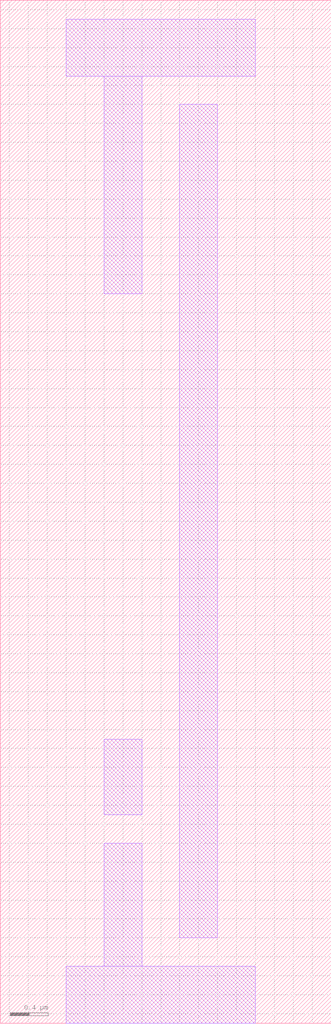
<source format=lef>
VERSION 5.7 ;
  NOWIREEXTENSIONATPIN ON ;
  DIVIDERCHAR "/" ;
  BUSBITCHARS "[]" ;
MACRO INVX1
  CLASS BLOCK ;
  FOREIGN INVX1 ;
  ORIGIN 0.900 0.300 ;
  SIZE 3.500 BY 10.800 ;
  OBS
      LAYER metal1 ;
        RECT -0.200 9.700 1.800 10.300 ;
        RECT 0.200 7.400 0.600 9.700 ;
        RECT 0.200 1.900 0.600 2.700 ;
        RECT 0.200 0.300 0.600 1.600 ;
        RECT 1.000 0.600 1.400 9.400 ;
        RECT -0.200 -0.300 1.800 0.300 ;
  END
END INVX1
END LIBRARY


</source>
